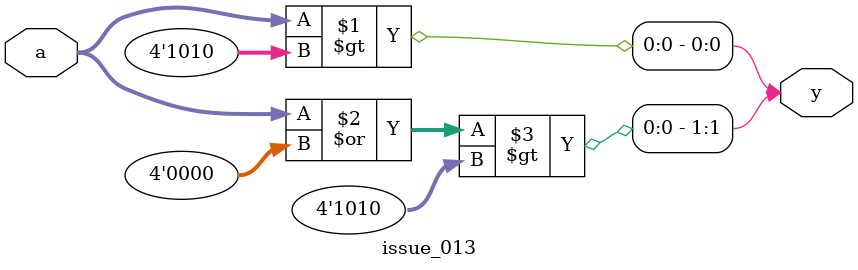
<source format=v>
module issue_013(a, y);
  // https://github.com/steveicarus/iverilog/issues/8
  input signed [3:0] a;
  output [1:0] y;
  // icarus verilog (git d1c9dd5) evaluates bit-wise operations of signed values
  // to unsigned values when the arguments are constant. Thus "a = 0" yields
  // "y[0] = 0" in icarus verilog, even though it should be "y[1] = 1 (see
  // sec. 5.5.1 of IEEE Std 1365-2005). bitwise operations of variables or
  // variables with constants are implemented correctly. So y[1] always shows
  // the right value.
  assign y[0] = a > (4'sb1010 | 4'sd0);
  assign y[1] = (a | 4'sd0) > 4'sb1010;
endmodule

</source>
